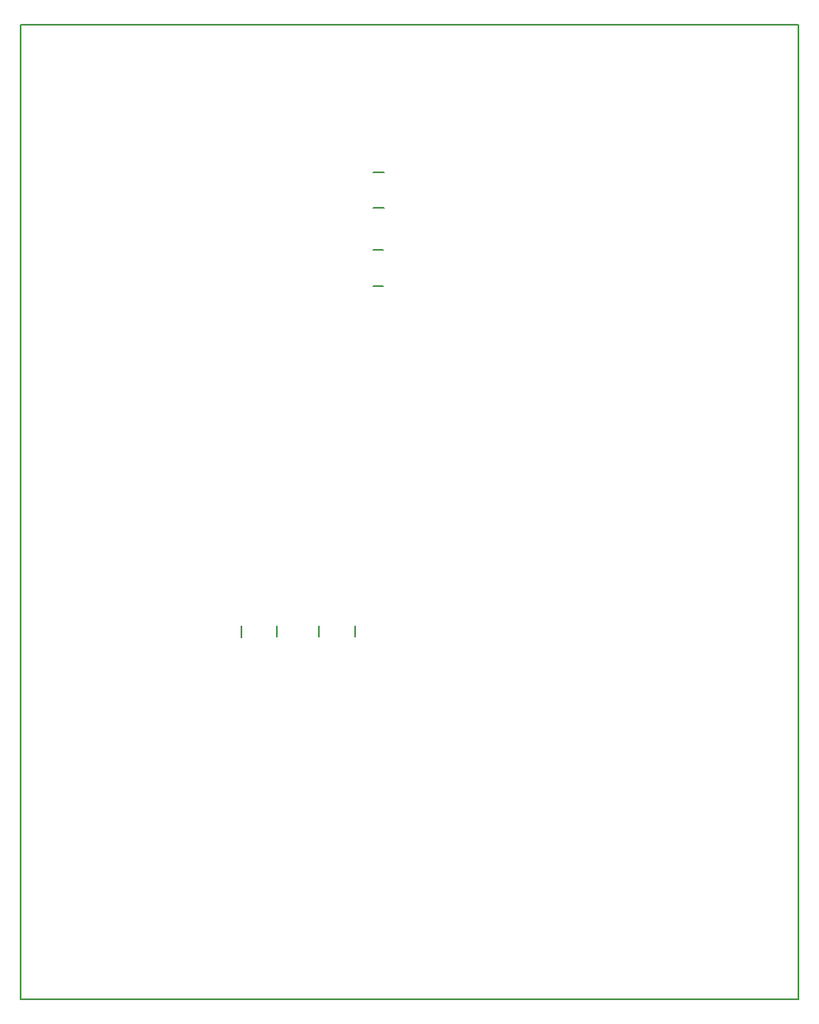
<source format=gbr>
G04 #@! TF.FileFunction,Profile,NP*
%FSLAX46Y46*%
G04 Gerber Fmt 4.6, Leading zero omitted, Abs format (unit mm)*
G04 Created by KiCad (PCBNEW 4.0.3-stable) date 09/16/16 11:01:52*
%MOMM*%
%LPD*%
G01*
G04 APERTURE LIST*
%ADD10C,0.100000*%
%ADD11C,0.150000*%
G04 APERTURE END LIST*
D10*
D11*
X36300000Y-26800000D02*
X37300000Y-26800000D01*
X36300000Y-23100000D02*
X37300000Y-23100000D01*
X36300000Y-18800000D02*
X37400000Y-18800000D01*
X36300000Y-15100000D02*
X37400000Y-15100000D01*
X34400000Y-61700000D02*
X34400000Y-62800000D01*
X30700000Y-61700000D02*
X30700000Y-62800000D01*
X26400000Y-61700000D02*
X26400000Y-62800000D01*
X22700000Y-61700000D02*
X22700000Y-62800000D01*
X30700000Y-61700000D02*
X30700000Y-62800000D01*
X26400000Y-61700000D02*
X26400000Y-62800000D01*
X22700000Y-61700000D02*
X22700000Y-62800000D01*
X22700000Y-61650000D02*
X22700000Y-62850000D01*
X0Y0D02*
X80000000Y0D01*
X80000000Y-100000000D02*
X0Y-100000000D01*
X80000000Y0D02*
X80000000Y-100000000D01*
X0Y0D02*
X0Y-100000000D01*
M02*

</source>
